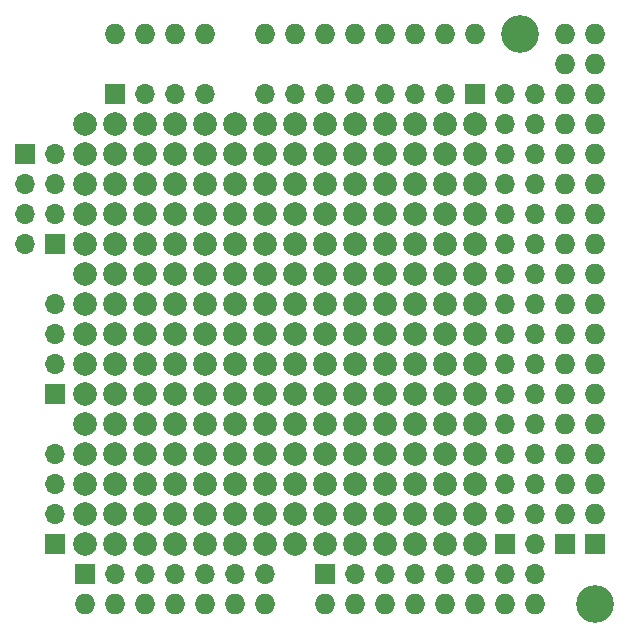
<source format=gbr>
%TF.GenerationSoftware,KiCad,Pcbnew,8.0.4*%
%TF.CreationDate,2025-02-28T20:51:30+01:00*%
%TF.ProjectId,Lochraster,4c6f6368-7261-4737-9465-722e6b696361,rev?*%
%TF.SameCoordinates,Original*%
%TF.FileFunction,Soldermask,Bot*%
%TF.FilePolarity,Negative*%
%FSLAX46Y46*%
G04 Gerber Fmt 4.6, Leading zero omitted, Abs format (unit mm)*
G04 Created by KiCad (PCBNEW 8.0.4) date 2025-02-28 20:51:30*
%MOMM*%
%LPD*%
G01*
G04 APERTURE LIST*
%ADD10C,2.000000*%
%ADD11R,1.700000X1.700000*%
%ADD12O,1.700000X1.700000*%
%ADD13C,3.200000*%
%ADD14O,1.727200X1.727200*%
%ADD15R,1.727200X1.727200*%
G04 APERTURE END LIST*
D10*
%TO.C,REF\u002A\u002A*%
X195773000Y-62080000D03*
X195773000Y-64620000D03*
X195773000Y-67160000D03*
X195773000Y-69700000D03*
X195773000Y-72240000D03*
X195773000Y-74780000D03*
X195773000Y-77320000D03*
X195773000Y-79860000D03*
X195773000Y-82400000D03*
X195773000Y-84940000D03*
X195773000Y-87480000D03*
X195773000Y-90020000D03*
X195773000Y-92560000D03*
X195773000Y-95100000D03*
X195773000Y-97640000D03*
%TD*%
D11*
%TO.C,J6*%
X167833000Y-59545000D03*
D12*
X170373000Y-59545000D03*
X172913000Y-59545000D03*
X175453000Y-59545000D03*
%TD*%
D11*
%TO.C,J7*%
X198313000Y-59570000D03*
D12*
X195773000Y-59570000D03*
X193233000Y-59570000D03*
X190693000Y-59570000D03*
X188153000Y-59570000D03*
X185613000Y-59570000D03*
X183073000Y-59570000D03*
X180533000Y-59570000D03*
%TD*%
D10*
%TO.C,REF\u002A\u002A*%
X172913000Y-62080000D03*
X172913000Y-64620000D03*
X172913000Y-67160000D03*
X172913000Y-69700000D03*
X172913000Y-72240000D03*
X172913000Y-74780000D03*
X172913000Y-77320000D03*
X172913000Y-79860000D03*
X172913000Y-82400000D03*
X172913000Y-84940000D03*
X172913000Y-87480000D03*
X172913000Y-90020000D03*
X172913000Y-92560000D03*
X172913000Y-95100000D03*
X172913000Y-97640000D03*
%TD*%
%TO.C,REF\u002A\u002A*%
X177993000Y-62080000D03*
X177993000Y-64620000D03*
X177993000Y-67160000D03*
X177993000Y-69700000D03*
X177993000Y-72240000D03*
X177993000Y-74780000D03*
X177993000Y-77320000D03*
X177993000Y-79860000D03*
X177993000Y-82400000D03*
X177993000Y-84940000D03*
X177993000Y-87480000D03*
X177993000Y-90020000D03*
X177993000Y-92560000D03*
X177993000Y-95100000D03*
X177993000Y-97640000D03*
%TD*%
%TO.C,REF\u002A\u002A*%
X167833000Y-62080000D03*
X167833000Y-64620000D03*
X167833000Y-67160000D03*
X167833000Y-69700000D03*
X167833000Y-72240000D03*
X167833000Y-74780000D03*
X167833000Y-77320000D03*
X167833000Y-79860000D03*
X167833000Y-82400000D03*
X167833000Y-84940000D03*
X167833000Y-87480000D03*
X167833000Y-90020000D03*
X167833000Y-92560000D03*
X167833000Y-95100000D03*
X167833000Y-97640000D03*
%TD*%
%TO.C,REF\u002A\u002A*%
X198313000Y-62080000D03*
X198313000Y-64620000D03*
X198313000Y-67160000D03*
X198313000Y-69700000D03*
X198313000Y-72240000D03*
X198313000Y-74780000D03*
X198313000Y-77320000D03*
X198313000Y-79860000D03*
X198313000Y-82400000D03*
X198313000Y-84940000D03*
X198313000Y-87480000D03*
X198313000Y-90020000D03*
X198313000Y-92560000D03*
X198313000Y-95100000D03*
X198313000Y-97640000D03*
%TD*%
D11*
%TO.C,J2*%
X200853000Y-97670000D03*
D12*
X203393000Y-97670000D03*
X200853000Y-95130000D03*
X203393000Y-95130000D03*
X200853000Y-92590000D03*
X203393000Y-92590000D03*
X200853000Y-90050000D03*
X203393000Y-90050000D03*
X200853000Y-87510000D03*
X203393000Y-87510000D03*
X200853000Y-84970000D03*
X203393000Y-84970000D03*
X200853000Y-82430000D03*
X203393000Y-82430000D03*
X200853000Y-79890000D03*
X203393000Y-79890000D03*
X200853000Y-77350000D03*
X203393000Y-77350000D03*
X200853000Y-74810000D03*
X203393000Y-74810000D03*
X200853000Y-72270000D03*
X203393000Y-72270000D03*
X200853000Y-69730000D03*
X203393000Y-69730000D03*
X200853000Y-67190000D03*
X203393000Y-67190000D03*
X200853000Y-64650000D03*
X203393000Y-64650000D03*
X200853000Y-62110000D03*
X203393000Y-62110000D03*
X200853000Y-59570000D03*
X203393000Y-59570000D03*
%TD*%
D10*
%TO.C,REF\u002A\u002A*%
X193233000Y-62080000D03*
X193233000Y-64620000D03*
X193233000Y-67160000D03*
X193233000Y-69700000D03*
X193233000Y-72240000D03*
X193233000Y-74780000D03*
X193233000Y-77320000D03*
X193233000Y-79860000D03*
X193233000Y-82400000D03*
X193233000Y-84940000D03*
X193233000Y-87480000D03*
X193233000Y-90020000D03*
X193233000Y-92560000D03*
X193233000Y-95100000D03*
X193233000Y-97640000D03*
%TD*%
D11*
%TO.C,J8*%
X162753000Y-97670000D03*
D12*
X162753000Y-95130000D03*
X162753000Y-92590000D03*
X162753000Y-90050000D03*
%TD*%
D11*
%TO.C,J5*%
X185628000Y-100185000D03*
D12*
X188168000Y-100185000D03*
X190708000Y-100185000D03*
X193248000Y-100185000D03*
X195788000Y-100185000D03*
X198328000Y-100185000D03*
X200868000Y-100185000D03*
X203408000Y-100185000D03*
%TD*%
D10*
%TO.C,REF\u002A\u002A*%
X188153000Y-62080000D03*
X188153000Y-64620000D03*
X188153000Y-67160000D03*
X188153000Y-69700000D03*
X188153000Y-72240000D03*
X188153000Y-74780000D03*
X188153000Y-77320000D03*
X188153000Y-79860000D03*
X188153000Y-82400000D03*
X188153000Y-84940000D03*
X188153000Y-87480000D03*
X188153000Y-90020000D03*
X188153000Y-92560000D03*
X188153000Y-95100000D03*
X188153000Y-97640000D03*
%TD*%
%TO.C,REF\u002A\u002A*%
X165293000Y-62080000D03*
X165293000Y-64620000D03*
X165293000Y-67160000D03*
X165293000Y-69700000D03*
X165293000Y-72240000D03*
X165293000Y-74780000D03*
X165293000Y-77320000D03*
X165293000Y-79860000D03*
X165293000Y-82400000D03*
X165293000Y-84940000D03*
X165293000Y-87480000D03*
X165293000Y-90020000D03*
X165293000Y-92560000D03*
X165293000Y-95100000D03*
X165293000Y-97640000D03*
%TD*%
D11*
%TO.C,J4*%
X165293000Y-100210000D03*
D12*
X167833000Y-100210000D03*
X170373000Y-100210000D03*
X172913000Y-100210000D03*
X175453000Y-100210000D03*
X177993000Y-100210000D03*
X180533000Y-100210000D03*
%TD*%
D11*
%TO.C,J9*%
X162753000Y-84970000D03*
D12*
X162753000Y-82430000D03*
X162753000Y-79890000D03*
X162753000Y-77350000D03*
%TD*%
D10*
%TO.C,REF\u002A\u002A*%
X190693000Y-62080000D03*
X190693000Y-64620000D03*
X190693000Y-67160000D03*
X190693000Y-69700000D03*
X190693000Y-72240000D03*
X190693000Y-74780000D03*
X190693000Y-77320000D03*
X190693000Y-79860000D03*
X190693000Y-82400000D03*
X190693000Y-84940000D03*
X190693000Y-87480000D03*
X190693000Y-90020000D03*
X190693000Y-92560000D03*
X190693000Y-95100000D03*
X190693000Y-97640000D03*
%TD*%
%TO.C,REF\u002A\u002A*%
X170373000Y-62080000D03*
X170373000Y-64620000D03*
X170373000Y-67160000D03*
X170373000Y-69700000D03*
X170373000Y-72240000D03*
X170373000Y-74780000D03*
X170373000Y-77320000D03*
X170373000Y-79860000D03*
X170373000Y-82400000D03*
X170373000Y-84940000D03*
X170373000Y-87480000D03*
X170373000Y-90020000D03*
X170373000Y-92560000D03*
X170373000Y-95100000D03*
X170373000Y-97640000D03*
%TD*%
D11*
%TO.C,J1*%
X160213000Y-64620000D03*
D12*
X160213000Y-67160000D03*
X160213000Y-69700000D03*
X160213000Y-72240000D03*
%TD*%
D10*
%TO.C,REF\u002A\u002A*%
X185613000Y-62080000D03*
X185613000Y-64620000D03*
X185613000Y-67160000D03*
X185613000Y-69700000D03*
X185613000Y-72240000D03*
X185613000Y-74780000D03*
X185613000Y-77320000D03*
X185613000Y-79860000D03*
X185613000Y-82400000D03*
X185613000Y-84940000D03*
X185613000Y-87480000D03*
X185613000Y-90020000D03*
X185613000Y-92560000D03*
X185613000Y-95100000D03*
X185613000Y-97640000D03*
%TD*%
%TO.C,REF\u002A\u002A*%
X180533000Y-62080000D03*
X180533000Y-64620000D03*
X180533000Y-67160000D03*
X180533000Y-69700000D03*
X180533000Y-72240000D03*
X180533000Y-74780000D03*
X180533000Y-77320000D03*
X180533000Y-79860000D03*
X180533000Y-82400000D03*
X180533000Y-84940000D03*
X180533000Y-87480000D03*
X180533000Y-90020000D03*
X180533000Y-92560000D03*
X180533000Y-95100000D03*
X180533000Y-97640000D03*
%TD*%
D11*
%TO.C,J3*%
X162753000Y-72270000D03*
D12*
X162753000Y-69730000D03*
X162753000Y-67190000D03*
X162753000Y-64650000D03*
%TD*%
D13*
%TO.C,XA1*%
X202123000Y-54460000D03*
X208473000Y-102720000D03*
D14*
X205933000Y-54460000D03*
X208473000Y-54460000D03*
X165293000Y-102720000D03*
X167833000Y-102720000D03*
X170373000Y-102720000D03*
X172913000Y-102720000D03*
X175453000Y-102720000D03*
X177993000Y-102720000D03*
X180533000Y-102720000D03*
X185613000Y-102720000D03*
X188153000Y-102720000D03*
X190693000Y-102720000D03*
X193233000Y-102720000D03*
X195773000Y-102720000D03*
X198313000Y-102720000D03*
X200853000Y-102720000D03*
X203393000Y-102720000D03*
X175453000Y-54460000D03*
X172913000Y-54460000D03*
X170373000Y-54460000D03*
X167833000Y-54460000D03*
X180533000Y-54460000D03*
X183073000Y-54460000D03*
X185613000Y-54460000D03*
X188153000Y-54460000D03*
X190693000Y-54460000D03*
X193233000Y-54460000D03*
X195773000Y-54460000D03*
X198313000Y-54460000D03*
X205933000Y-57000000D03*
X208473000Y-57000000D03*
X205933000Y-59540000D03*
X208473000Y-59540000D03*
X205933000Y-62080000D03*
X208473000Y-62080000D03*
X205933000Y-64620000D03*
X208473000Y-64620000D03*
X205933000Y-67160000D03*
X208473000Y-67160000D03*
X205933000Y-69700000D03*
X208473000Y-69700000D03*
X205933000Y-72240000D03*
X208473000Y-72240000D03*
X205933000Y-74780000D03*
X208473000Y-74780000D03*
X205933000Y-77320000D03*
X208473000Y-77320000D03*
X205933000Y-79860000D03*
X208473000Y-79860000D03*
X205933000Y-82400000D03*
X208473000Y-82400000D03*
X205933000Y-84940000D03*
X208473000Y-84940000D03*
X205933000Y-87480000D03*
X208473000Y-87480000D03*
X205933000Y-90020000D03*
X208473000Y-90020000D03*
X205933000Y-92560000D03*
X208473000Y-92560000D03*
X205933000Y-95100000D03*
X208473000Y-95100000D03*
D15*
X205933000Y-97640000D03*
X208473000Y-97640000D03*
%TD*%
D10*
%TO.C,REF\u002A\u002A*%
X175453000Y-62080000D03*
X175453000Y-64620000D03*
X175453000Y-67160000D03*
X175453000Y-69700000D03*
X175453000Y-72240000D03*
X175453000Y-74780000D03*
X175453000Y-77320000D03*
X175453000Y-79860000D03*
X175453000Y-82400000D03*
X175453000Y-84940000D03*
X175453000Y-87480000D03*
X175453000Y-90020000D03*
X175453000Y-92560000D03*
X175453000Y-95100000D03*
X175453000Y-97640000D03*
%TD*%
%TO.C,REF\u002A\u002A*%
X183073000Y-62080000D03*
X183073000Y-64620000D03*
X183073000Y-67160000D03*
X183073000Y-69700000D03*
X183073000Y-72240000D03*
X183073000Y-74780000D03*
X183073000Y-77320000D03*
X183073000Y-79860000D03*
X183073000Y-82400000D03*
X183073000Y-84940000D03*
X183073000Y-87480000D03*
X183073000Y-90020000D03*
X183073000Y-92560000D03*
X183073000Y-95100000D03*
X183073000Y-97640000D03*
%TD*%
M02*

</source>
